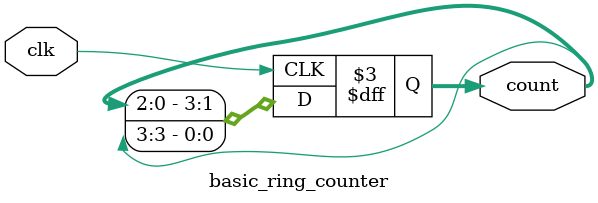
<source format=sv>
module basic_ring_counter #(parameter WIDTH = 4)(
    input wire clk,
    output reg [WIDTH-1:0] count
);
    initial count = {{(WIDTH-1){1'b0}}, 1'b1}; // Initialize with one-hot encoding
    
    always @(posedge clk) begin
        count <= {count[WIDTH-2:0], count[WIDTH-1]}; // Rotate the bits
    end
endmodule
</source>
